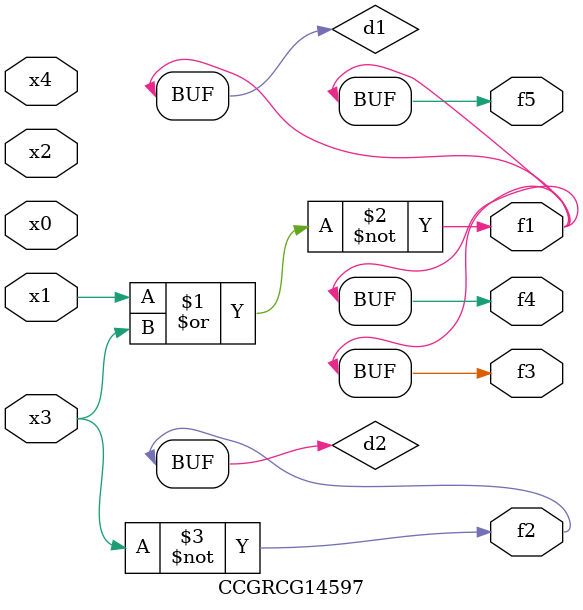
<source format=v>
module CCGRCG14597(
	input x0, x1, x2, x3, x4,
	output f1, f2, f3, f4, f5
);

	wire d1, d2;

	nor (d1, x1, x3);
	not (d2, x3);
	assign f1 = d1;
	assign f2 = d2;
	assign f3 = d1;
	assign f4 = d1;
	assign f5 = d1;
endmodule

</source>
